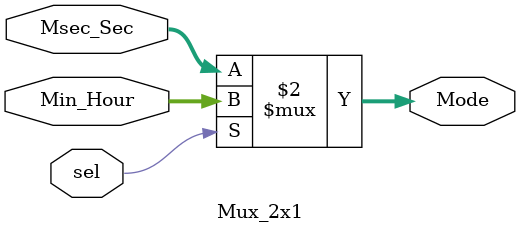
<source format=v>
`timescale 1ns / 1ps

module fnd_controller_top (
    input        clk,
    input        reset,
    input  [3:0] sw,

    input  [6:0] msec_s,
    input  [5:0] sec_s,
    input  [5:0] min_s,
    input  [4:0] hour_s,
    input  [6:0] msec_r,
    input  [5:0] sec_r,
    input  [5:0] min_r,
    input  [4:0] hour_r,

    input  [9:0] dist,
    input  [7:0] t_data,
    input  [7:0] rh_data,

    output [7:0] fnd_data,
    output [3:0] fnd_com
);

    wire [3:0] w_msec_1, w_msec_10;
    wire [3:0] w_sec_1, w_sec_10;
    wire [3:0] w_min_1, w_min_10;
    wire [3:0] w_hour_1, w_hour_10;

    wire [3:0] w_dist_1, w_dist_10, w_dist_100, w_dist_1000;
    wire [3:0] w_t_1, w_t_10, w_rh_1, w_rh_10;

    wire [3:0] w_bcd_watch, w_bcd_dht11, w_bcd_sr04;
    wire [3:0] w_bcd, w_bcd_Msec_Sec, w_bcd_Min_Hour;
    wire w_oclk;
    wire [2:0] fnd_sel;
    wire [3:0] w_msec_sel;

    wire [6:0] w_msec;
    wire [5:0] w_sec;
    wire [5:0] w_min;
    wire [4:0] w_hour;

    clk_div U_CLK_DIV (
        .clk  (clk),
        .reset(reset),
        .o_clk(w_oclk)
    );

    Comparator U_Comparator (
        .i_msec_sel(w_msec),
        .M_sel(w_msec_sel)
    );

    counter_8 U_Counter_8 (
        .clk(w_oclk),
        .reset(reset),
        .fnd_sel(fnd_sel)
    );

    decoder_2x4 U_Decoder_2x4 (
        .fnd_sel(fnd_sel),
        .fnd_com(fnd_com)
    );

    mux_2x1_watch_stopwatch U_mux_2x1_watch_stopwatch (
        .sel(sw[1]),
        .s_msec(msec_s),
        .s_sec(sec_s),
        .s_min(min_s),
        .s_hour(hour_s),
        .w_msec(msec_r),
        .w_sec(sec_r),
        .w_min(min_r),
        .w_hour(hour_r),
        .o_msec(w_msec),
        .o_sec(w_sec),
        .o_min(w_min),
        .o_hour(w_hour)
    );

    digit_spliter #(
        .BIT_WIDTH(7)
    ) U_DigitSpliter_MSEC (
        .count_data(w_msec),
        .digit_1  (w_msec_1),
        .digit_10 (w_msec_10)
    );

    digit_spliter #(
        .BIT_WIDTH(6)
    ) U_DigitSpliter_SEC (
        .count_data(w_sec),
        .digit_1  (w_sec_1),
        .digit_10 (w_sec_10)
    );

    digit_spliter #(
        .BIT_WIDTH(6)
    ) U_DigitSpliter_MIN (
        .count_data(w_min),
        .digit_1  (w_min_1),
        .digit_10 (w_min_10)
    );

    digit_spliter #(
        .BIT_WIDTH(5)
    ) U_DigitSpliter_HOUR (
        .count_data(w_hour),
        .digit_1  (w_hour_1),
        .digit_10 (w_hour_10)
    );

    ///////////////////////// 센서용 //////////////////////////////////
    digit_spliter_sr04 #(
        .BIT_WIDTH(10)
    ) U_DigitSpliter_SR04 (
        .count_data(dist),
        .digit_1  (w_dist_1),
        .digit_10 (w_dist_10),
        .digit_100(w_dist_100),
        .digit_1000(w_dist_1000)
    );

    digit_spliter #(
        .BIT_WIDTH(8)
    ) U_DigitSpliter_DHT11_T (
        .count_data(t_data),
        .digit_1  (w_t_1),
        .digit_10 (w_t_10)
    );

    digit_spliter #(
        .BIT_WIDTH(8)
    ) U_DigitSpliter_DHT11_RH (
        .count_data(rh_data),
        .digit_1  (w_rh_1),
        .digit_10 (w_rh_10)
    );
    //////////////////////////////////////////////////////////////////

    Mux_8x1 U_MUX_8x1_MSEC_SEC (
        .sel(fnd_sel),
        .x_0(w_msec_1),
        .x_1(w_msec_10),
        .x_2(w_sec_1),
        .x_3(w_sec_10),
        .x_4(4'ha),
        .x_5(4'ha),
        .x_6(w_msec_sel),
        .x_7(4'ha),
        .y  (w_bcd_Msec_Sec)
    );

    Mux_8x1 U_MUX_8x1_MIN_HOUR (
        .sel(fnd_sel),
        .x_0(w_min_1),
        .x_1(w_min_10),
        .x_2(w_hour_1),
        .x_3(w_hour_10),
        .x_4(4'ha),
        .x_5(4'ha),
        .x_6(w_msec_sel),
        .x_7(4'ha),
        .y  (w_bcd_Min_Hour)
    );

    Mux_2x1 U_mux_2x1_SecHour (
        .sel(sw[0]),
        .Msec_Sec(w_bcd_Msec_Sec),
        .Min_Hour(w_bcd_Min_Hour),
        .Mode(w_bcd_watch)
    );

    Mux_4x1 U_MUX_4x1_sr04 (
        .digit_1(w_dist_1),
        .digit_10(w_dist_10),
        .digit_100(w_dist_100),
        .digit_1000(w_dist_1000),
        .sel(fnd_sel),
        .bcd(w_bcd_sr04)
    );

    Mux_4x1 U_MUX_4x1_dht11 (
        .digit_1(w_t_1),
        .digit_10(w_t_10),
        .digit_100(w_rh_1),
        .digit_1000(w_rh_10),
        .sel(fnd_sel),
        .bcd(w_bcd_dht11)
    );


    Mux_4x1_bcd U_Mux_4x1_bcd(
        .sw_bcd(sw[3:2]),
        .bcd_watch(w_bcd_watch),
        .bcd_sr04(w_bcd_sr04),
        .bcd_dht11(w_bcd_dht11),
        .bcd_final(w_bcd)
    );

    bcd U_BCD (
        .bcd(w_bcd),
        .fnd_data(fnd_data)
    );

endmodule


/////////////////////////////////////////////////////////////////////////////////////////////////////////////

module Mux_4x1_bcd (
    input  [1:0] sw_bcd,
    input  [3:0] bcd_watch,
    input  [3:0] bcd_sr04,
    input  [3:0] bcd_dht11,
    output [3:0] bcd_final
);
    reg [3:0] r_bcd;
    assign bcd_final = r_bcd;

    always @(*) begin
        case (sw_bcd)
            2'b00:   r_bcd = bcd_watch;
            2'b01:   r_bcd = bcd_sr04;
            2'b10:   r_bcd = bcd_dht11;
            default: r_bcd = 4'b0000;
        endcase
    end

endmodule

/////////////////////////////////////////////// clk_div //////////////////////////////////////////////////////
//////////////******** Clk divider_1kHz ********////////////// 

module clk_div (
    input  clk,
    input  reset,
    output o_clk
);

    // reg [16:0] r_counter;
    reg [$clog2(100_000) - 1:0] r_counter;
    reg r_clk;
    assign o_clk = r_clk;

    always @(posedge clk or posedge reset) begin
        if (reset) begin
            r_counter <= 0;
            r_clk     <= 1'b0;
        end else begin
            if (r_counter == 100_000 - 1) begin
                r_counter <= 17'd0;
                r_clk     <= 1'b1;  // 1kHz 클럭 
            end else begin
                r_counter <= r_counter + 1;
                r_clk <= 1'b0;
            end
        end
    end

endmodule

/////////////////////////////////////////////////////////////

/////////////////******** 4진 Counter ********//////////////// 

module counter_8 (
    input        clk,     // 클럭
    input        reset,   // 비동기 리셋 (active-low)
    output [2:0] fnd_sel  // 2비트 출력
);

    reg [2:0] r_counter;
    assign fnd_sel = r_counter;

    always @(posedge clk, posedge reset) begin
        if (reset) begin
            r_counter <= 0;  // 리셋 시 0
        end else begin
            r_counter <= r_counter + 1;  // 클럭마다 1씩 증가
        end
    end

endmodule

/////////////////////////////////////////////////////////////

/////////////////******** Decoder_2x4 ********/////////////// 

module decoder_2x4 (
    input [1:0] fnd_sel,
    output reg [3:0] fnd_com
);
    always @(fnd_sel) begin
        case (fnd_sel)
            2'b00:   fnd_com = 4'b1110;
            2'b01:   fnd_com = 4'b1101;
            2'b10:   fnd_com = 4'b1011;
            2'b11:   fnd_com = 4'b0111;
            default: fnd_com = 4'b1111;
        endcase
    end

endmodule
/////////////////////////////////////////////////////////////

///////////////////******** Mux_4x1 ********/////////////////
module Mux_4x1 (
    input  [3:0] digit_1,
    input  [3:0] digit_10,
    input  [3:0] digit_100,
    input  [3:0] digit_1000,
    input  [1:0] sel,
    output [3:0] bcd
);
    // 4:1 mux, always 구문 -> default 설정 안하면 위험함 (Latch)
    reg [3:0] r_bcd;
    assign bcd = r_bcd;

    always @(*) begin
        case (sel)
            2'b00:   r_bcd = digit_1;
            2'b01:   r_bcd = digit_10;
            2'b10:   r_bcd = digit_100;
            2'b11:   r_bcd = digit_1000;
            default: r_bcd = 4'd0;
        endcase
    end

    // // assign 문법 (삼항 연산자)
    // assign bcd = (sel == 2'b00) ? digit_1    :
    //              (sel == 2'b01) ? digit_10   :
    //              (sel == 2'b10) ? digit_100  :
    //                               digit_1000;

endmodule
/////////////////////////////////////////////////////////////

/////////////////////////비교기 모듈 추가 ////////////////////////////////////

module Comparator #(
    parameter BIT_WIDTH_MSEC = 7
) (
    input [BIT_WIDTH_MSEC-1:0] i_msec_sel,
    output [3:0] M_sel
);
    assign M_sel = (i_msec_sel < 50) ? 4'he : 4'hf;

endmodule

/////////////////////////////////////////////////////////////

///////////////////******** Mux_8x1 ********/////////////////
module Mux_8x1 (
    input [2:0] sel,
    input [3:0] x_0,
    input [3:0] x_1,
    input [3:0] x_2,
    input [3:0] x_3,
    input [3:0] x_4,
    input [3:0] x_5,
    input [3:0] x_6,
    input [3:0] x_7,
    output reg [3:0] y
);
    always @(*) begin
        case (sel)
            3'b000:  y = x_0;
            3'b001:  y = x_1;
            3'b010:  y = x_2;
            3'b011:  y = x_3;
            3'b100:  y = x_4;
            3'b101:  y = x_5;
            3'b110:  y = x_6;
            3'b111:  y = x_7;
            default: y = 4'b0000;
        endcase
    end
endmodule
/////////////////////////////////////////////////////////////

////////////////******** digit_spliter ********////////////// 

module digit_spliter_sr04  #(
    parameter BIT_WIDTH = 7
) (
    input  [BIT_WIDTH-1:0] count_data,
    output [ 3:0] digit_1,
    output [ 3:0] digit_10,
    output [ 3:0] digit_100,
    output [ 3:0] digit_1000
);

    assign digit_1    = count_data % 10;
    assign digit_10   = (count_data / 10) % 10;
    assign digit_100  = (count_data / 100) % 10;
    assign digit_1000 = (count_data / 1000) % 10;

endmodule

module digit_spliter #(
    parameter BIT_WIDTH = 7
) (
    input  [BIT_WIDTH-1:0] count_data,
    output [          3:0] digit_1,
    output [          3:0] digit_10
);

    assign digit_1  = count_data % 10;
    assign digit_10 = (count_data / 10) % 10;

endmodule

/////////////////////////////////////////////////////////////

/////////////////////******** bcd ********/////////////////// 

module bcd (
    input [3:0] bcd,
    output reg [7:0] fnd_data
);

    always @(bcd) begin
        case (bcd)
            4'h00:   fnd_data = 8'hC0;
            4'h01:   fnd_data = 8'hF9;
            4'h02:   fnd_data = 8'hA4;
            4'h03:   fnd_data = 8'hB0;
            4'h04:   fnd_data = 8'h99;
            4'h05:   fnd_data = 8'h92;
            4'h06:   fnd_data = 8'h82;
            4'h07:   fnd_data = 8'hF8;
            4'h08:   fnd_data = 8'h80;
            4'h09:   fnd_data = 8'h90;
            default: fnd_data = 8'hFF;  // 모든 segment off
        endcase
    end

endmodule
/////////////////////////////////////////////////////////////

/////////////////////////////////////////////////////////////

module mux_2x1_watch_stopwatch (
    input sel,
    input [6:0] s_msec,
    input [5:0] s_sec,
    input [5:0] s_min,
    input [4:0] s_hour,
    input [6:0] w_msec,
    input [5:0] w_sec,
    input [5:0] w_min,
    input [4:0] w_hour,
    output reg [6:0] o_msec,
    output reg [5:0] o_sec,
    output reg [5:0] o_min,
    output reg [4:0] o_hour
);
    always @(*) begin
        case (sel)
            1'b0: begin
                o_msec = w_msec;
                o_sec  = w_sec;
                o_min  = w_min;
                o_hour = w_hour;
            end
            1'b1: begin
                o_msec = s_msec;
                o_sec  = s_sec;
                o_min  = s_min;
                o_hour = s_hour;
            end
            default: begin
                o_msec = 0;
                o_sec  = 0;
                o_min  = 0;
                o_hour = 0;
            end
        endcase
    end
endmodule

/////////////////////////////////////////////////////////////

module Mux_2x1 (
    input        sel,
    input  [3:0] Msec_Sec,
    input  [3:0] Min_Hour,
    output [3:0] Mode
);
    assign Mode = (sel == 1'b0) ? Msec_Sec : Min_Hour;

endmodule
</source>
